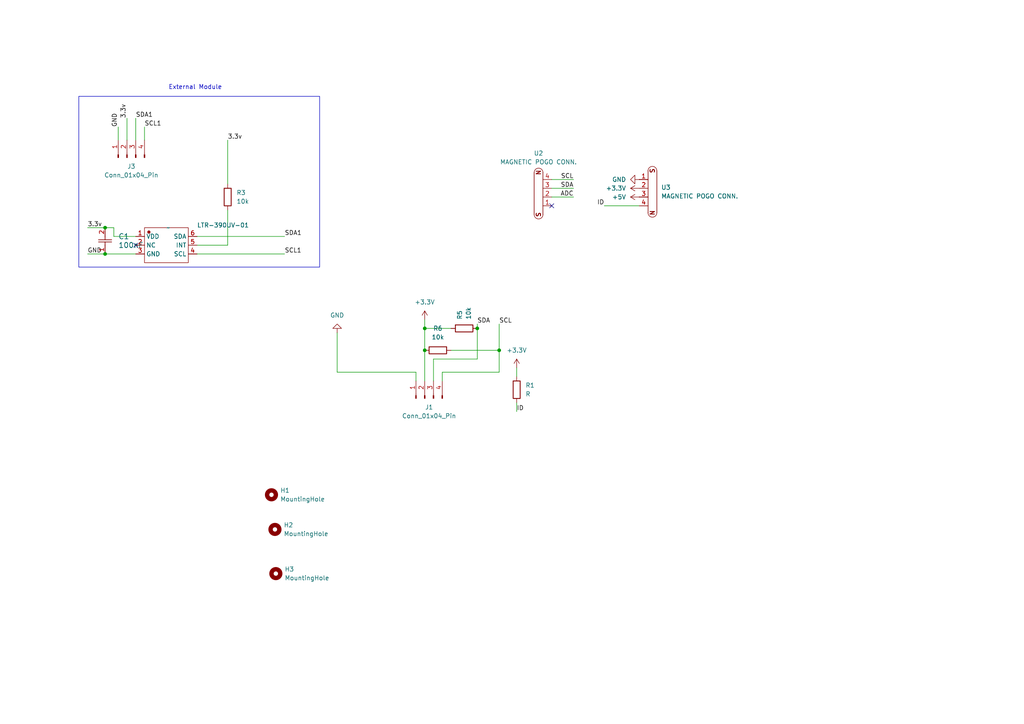
<source format=kicad_sch>
(kicad_sch (version 20250114) (generator "eeschema") (generator_version "9.0")
  (paper "A4")
  (lib_symbols
    (symbol "2026-01-23_05-30-51:C0603C104K5RACTU" (pin_names (offset 0.254))
      (property "Reference" "C" (at 3.81 3.81 0))
      (property "Value" "C0603C104K5RACTU" (at 3.81 -3.81 0))
      (symbol "C0603C104K5RACTU_1_1"
        (polyline (pts (xy 2.54 0) (xy 3.4798 0)) (stroke (width 0.2032)))
        (polyline (pts (xy 3.4798 -1.905) (xy 3.4798 1.905)) (stroke (width 0.2032)))
        (polyline (pts (xy 4.1148 0) (xy 5.08 0)) (stroke (width 0.2032)))
        (polyline (pts (xy 4.1148 -1.905) (xy 4.1148 1.905)) (stroke (width 0.2032)))
        (pin unspecified line (at 0 0 0) (length 2.54) (name "") (number "1"))
        (pin unspecified line (at 7.62 0 180) (length 2.54) (name "") (number "2"))
      )
      (symbol "C0603C104K5RACTU_1_2"
        (polyline (pts (xy -1.905 -3.4798) (xy 1.905 -3.4798)) (stroke (width 0.2032)))
        (polyline (pts (xy -1.905 -4.1148) (xy 1.905 -4.1148)) (stroke (width 0.2032)))
        (polyline (pts (xy 0 -2.54) (xy 0 -3.4798)) (stroke (width 0.2032)))
        (polyline (pts (xy 0 -4.1148) (xy 0 -5.08)) (stroke (width 0.2032)))
        (pin unspecified line (at 0 0 270) (length 2.54) (name "") (number "1"))
        (pin unspecified line (at 0 -7.62 90) (length 2.54) (name "") (number "2"))
      )
    )
    (symbol "Connector:Conn_01x04_Pin" (pin_names (offset 1.016) (hide yes))
      (property "Reference" "J" (at 0 5.08 0))
      (property "Value" "Conn_01x04_Pin" (at 0 -7.62 0))
      (symbol "Conn_01x04_Pin_1_1"
        (rectangle (start 0.8636 2.667) (end 0 2.413) (stroke (width 0.1524)) (fill (type outline)))
        (rectangle (start 0.8636 0.127) (end 0 -0.127) (stroke (width 0.1524)) (fill (type outline)))
        (rectangle (start 0.8636 -2.413) (end 0 -2.667) (stroke (width 0.1524)) (fill (type outline)))
        (rectangle (start 0.8636 -4.953) (end 0 -5.207) (stroke (width 0.1524)) (fill (type outline)))
        (polyline (pts (xy 1.27 2.54) (xy 0.8636 2.54)) (stroke (width 0.1524)))
        (polyline (pts (xy 1.27 0) (xy 0.8636 0)) (stroke (width 0.1524)))
        (polyline (pts (xy 1.27 -2.54) (xy 0.8636 -2.54)) (stroke (width 0.1524)))
        (polyline (pts (xy 1.27 -5.08) (xy 0.8636 -5.08)) (stroke (width 0.1524)))
        (pin passive line (at 5.08 2.54 180) (length 3.81) (name "Pin_1") (number "1"))
        (pin passive line (at 5.08 0 180) (length 3.81) (name "Pin_2") (number "2"))
        (pin passive line (at 5.08 -2.54 180) (length 3.81) (name "Pin_3") (number "3"))
        (pin passive line (at 5.08 -5.08 180) (length 3.81) (name "Pin_4") (number "4"))
      )
    )
    (symbol "Device:R" (pin_numbers (hide yes)) (pin_names (offset 0))
      (property "Reference" "R" (at 2.032 0 90))
      (property "Value" "R" (at 0 0 90))
      (symbol "R_0_1"
        (rectangle (start -1.016 -2.54) (end 1.016 2.54) (stroke (width 0.254)))
      )
      (symbol "R_1_1"
        (pin passive line (at 0 3.81 270) (length 1.27) (name "~") (number "1"))
        (pin passive line (at 0 -3.81 90) (length 1.27) (name "~") (number "2"))
      )
    )
    (symbol "LTR-390UV-01_2025-12-26-altium-import:root_0_LTR-390UV-01_"
      (symbol "root_0_LTR-390UV-01__1_0"
        (rectangle (start -6.35 5.08) (end 6.35 -5.08) (stroke (width 0) (color 136 0 0 1)))
        (circle (center -5.08 3.81) (radius 0.381) (stroke (width 0) (color 136 0 0 1)) (fill (type outline)))
        (pin passive line (at -8.89 2.54 0) (length 2.54) (name "VDD") (number "1"))
        (pin passive line (at -8.89 0 0) (length 2.54) (name "NC") (number "2"))
        (pin passive line (at -8.89 -2.54 0) (length 2.54) (name "GND") (number "3"))
        (pin passive line (at 8.89 2.54 180) (length 2.54) (name "SDA") (number "6"))
        (pin passive line (at 8.89 0 180) (length 2.54) (name "INT") (number "5"))
        (pin passive line (at 8.89 -2.54 180) (length 2.54) (name "SCL") (number "4"))
      )
    )
    (symbol "Mechanical:MountingHole" (pin_names (offset 1.016)) (in_bom no)
      (property "Reference" "H" (at 0 5.08 0))
      (property "Value" "MountingHole" (at 0 3.175 0))
      (symbol "MountingHole_0_1"
        (circle (center 0 0) (radius 1.27) (stroke (width 1.27)))
      )
    )
    (symbol "magnetic_pogo_conn.:MAGNETIC_POGO_CONN."
      (property "Reference" "U" (at 0.508 4.826 0))
      (property "Value" "MAGNETIC POGO CONN." (at 0.508 2.54 0))
      (symbol "MAGNETIC_POGO_CONN._1_1"
        (rectangle (start -5.08 1.2954) (end 7.112 1.27) (fill (type background)))
        (arc (start -5.08 -1.27) (mid -6.35 0) (end -5.08 1.27))
        (rectangle (start -5.08 -1.2446) (end 7.112 -1.27) (fill (type background)))
        (arc (start 7.112 1.27) (mid 8.382 0) (end 7.112 -1.27))
        (text "S" (at -5.08 0 0) (effects (font (size 1.27 1.27) (thickness 0.254) (bold yes))))
        (text "N" (at 7.112 0 0) (effects (font (size 1.27 1.27) (thickness 0.254) (bold yes))))
        (pin bidirectional line (at -2.54 -3.81 90) (length 2.54) (name "") (number "1"))
        (pin bidirectional line (at 0 -3.81 90) (length 2.54) (name "") (number "2"))
        (pin bidirectional line (at 2.54 -3.81 90) (length 2.54) (name "") (number "3"))
        (pin bidirectional line (at 5.08 -3.81 90) (length 2.54) (name "") (number "4"))
      )
    )
    (symbol "power:+3.3V" (power) (pin_numbers (hide yes)) (pin_names (offset 0) (hide yes))
      (property "Value" "+3.3V" (at 0 3.556 0))
      (symbol "+3.3V_0_1"
        (polyline (pts (xy -0.762 1.27) (xy 0 2.54)))
        (polyline (pts (xy 0 2.54) (xy 0.762 1.27)))
        (polyline (pts (xy 0 0) (xy 0 2.54)))
      )
      (symbol "+3.3V_1_1"
        (pin power_in line (at 0 0 90) (length 0) (name "~") (number "1"))
      )
    )
    (symbol "power:+5V" (power) (pin_numbers (hide yes)) (pin_names (offset 0) (hide yes))
      (property "Value" "+5V" (at 0 3.556 0))
      (symbol "+5V_0_1"
        (polyline (pts (xy -0.762 1.27) (xy 0 2.54)))
        (polyline (pts (xy 0 2.54) (xy 0.762 1.27)))
        (polyline (pts (xy 0 0) (xy 0 2.54)))
      )
      (symbol "+5V_1_1"
        (pin power_in line (at 0 0 90) (length 0) (name "~") (number "1"))
      )
    )
    (symbol "power:GND" (power) (pin_numbers (hide yes)) (pin_names (offset 0) (hide yes))
      (property "Value" "GND" (at 0 -3.81 0))
      (symbol "GND_0_1"
        (polyline (pts (xy 0 0) (xy 0 -1.27) (xy 1.27 -1.27) (xy 0 -2.54) (xy -1.27 -1.27) (xy 0 -1.27)))
      )
      (symbol "GND_1_1"
        (pin power_in line (at 0 0 270) (length 0) (name "~") (number "1"))
      )
    )
  )
  (rectangle (start 22.86 27.94) (end 92.71 77.47))
  (text "External Module\n" (at 56.642 25.4 0) (effects (font (size 1.27 1.27))))
  (junction (at 30.48 66.04))
  (junction (at 144.78 101.6))
  (junction (at 123.19 95.25))
  (junction (at 138.43 95.25))
  (junction (at 30.48 73.66))
  (junction (at 123.19 101.6))
  (no_connect (at 160.02 59.69))
  (no_connect (at 39.37 71.12))
  (wire (pts (xy 34.29 36.83) (xy 34.29 40.64)))
  (wire (pts (xy 97.79 96.52) (xy 97.79 107.95)))
  (wire (pts (xy 138.43 104.14) (xy 125.73 104.14)))
  (wire (pts (xy 120.65 107.95) (xy 120.65 110.49)))
  (wire (pts (xy 130.81 101.6) (xy 144.78 101.6)))
  (wire (pts (xy 33.02 66.04) (xy 33.02 68.58)))
  (wire (pts (xy 123.19 92.71) (xy 123.19 95.25)))
  (wire (pts (xy 166.37 54.61) (xy 160.02 54.61)))
  (wire (pts (xy 128.27 107.95) (xy 128.27 110.49)))
  (wire (pts (xy 33.02 68.58) (xy 39.37 68.58)))
  (wire (pts (xy 30.48 73.66) (xy 39.37 73.66)))
  (wire (pts (xy 57.15 68.58) (xy 82.55 68.58)))
  (wire (pts (xy 125.73 104.14) (xy 125.73 110.49)))
  (wire (pts (xy 97.79 107.95) (xy 120.65 107.95)))
  (wire (pts (xy 166.37 52.07) (xy 160.02 52.07)))
  (wire (pts (xy 57.15 73.66) (xy 82.55 73.66)))
  (wire (pts (xy 166.37 57.15) (xy 160.02 57.15)))
  (wire (pts (xy 138.43 95.25) (xy 138.43 104.14)))
  (wire (pts (xy 123.19 95.25) (xy 130.81 95.25)))
  (wire (pts (xy 41.91 36.83) (xy 41.91 40.64)))
  (wire (pts (xy 144.78 107.95) (xy 128.27 107.95)))
  (wire (pts (xy 36.83 34.29) (xy 36.83 40.64)))
  (wire (pts (xy 25.4 73.66) (xy 30.48 73.66)))
  (wire (pts (xy 138.43 93.98) (xy 138.43 95.25)))
  (wire (pts (xy 144.78 93.98) (xy 144.78 101.6)))
  (wire (pts (xy 175.26 59.69) (xy 185.42 59.69)))
  (wire (pts (xy 57.15 71.12) (xy 66.04 71.12)))
  (wire (pts (xy 25.4 66.04) (xy 30.48 66.04)))
  (wire (pts (xy 144.78 101.6) (xy 144.78 107.95)))
  (wire (pts (xy 123.19 101.6) (xy 123.19 110.49)))
  (wire (pts (xy 123.19 95.25) (xy 123.19 101.6)))
  (wire (pts (xy 39.37 34.29) (xy 39.37 40.64)))
  (wire (pts (xy 149.86 119.38) (xy 149.86 116.84)))
  (wire (pts (xy 149.86 106.68) (xy 149.86 109.22)))
  (wire (pts (xy 30.48 66.04) (xy 33.02 66.04)))
  (wire (pts (xy 66.04 71.12) (xy 66.04 60.96)))
  (wire (pts (xy 66.04 40.64) (xy 66.04 53.34)))
  (label "SCL1" (at 41.91 36.83 0))
  (label "3.3v" (at 36.83 34.29 90))
  (label "3.3v" (at 25.4 66.04 0))
  (label "SCL1" (at 82.55 73.66 0))
  (label "ID" (at 175.26 59.69 180))
  (label "SCL" (at 166.37 52.07 180))
  (label "SCL" (at 144.78 93.98 0))
  (label "SDA" (at 138.43 93.98 0))
  (label "SDA" (at 166.37 54.61 180))
  (label "GND" (at 34.29 36.83 90))
  (label "ID" (at 149.86 119.38 0))
  (label "SDA1" (at 39.37 34.29 0))
  (label "ADC" (at 166.37 57.15 180))
  (label "SDA1" (at 82.55 68.58 0))
  (label "3.3v" (at 66.04 40.64 0))
  (label "GND" (at 25.4 73.66 0))
  (symbol (lib_id "power:+3.3V") (at 185.42 54.61 90) (unit 1)
    (property "Reference" "#PWR0101" (effects (hide yes)))
    (property "Value" "+3.3V" (at 181.61 54.6099 90) (effects (justify left)))
    (property "Description" "Power symbol creates a global label with name \"+3.3V\"" (effects (hide yes)))
  )
  (symbol (lib_id "power:+3.3V") (at 123.19 92.71 0) (unit 1)
    (property "Reference" "#PWR05" (effects (hide yes)))
    (property "Value" "+3.3V" (at 123.19 87.63 0))
    (property "Description" "Power symbol creates a global label with name \"+3.3V\"" (effects (hide yes)))
  )
  (symbol (lib_id "2026-01-23_05-30-51:C0603C104K5RACTU") (at 30.48 73.66 90) (unit 1)
    (property "Reference" "C1" (at 34.29 68.5799 90) (effects (font (size 1.524 1.524)) (justify right)))
    (property "Value" "100nF" (at 34.29 71.1199 90) (effects (font (size 1.524 1.524)) (justify right)))
    (property "Footprint" "Capacitor_SMD:C_0805_2012Metric" (effects (hide yes)))
    (property "Datasheet" "https://content.kemet.com/datasheets/KEM_C1002_X7R_SMD.pdf" (effects (hide yes)))
  )
  (symbol (lib_id "Mechanical:MountingHole") (at 80.01 166.37 0) (unit 1) (in_bom no)
    (property "Reference" "H3" (at 82.55 165.0999 0) (effects (justify left)))
    (property "Value" "MountingHole" (at 82.55 167.6399 0) (effects (justify left)))
    (property "Footprint" "MountingHole:MountingHole_2.7mm_M2.5_Pad" (effects (hide yes)))
    (property "Description" "Mounting Hole without connection" (effects (hide yes)))
  )
  (symbol (lib_id "power:GND") (at 97.79 96.52 180) (unit 1)
    (property "Reference" "#PWR04" (effects (hide yes)))
    (property "Value" "GND" (at 97.79 91.44 0))
    (property "Description" "Power symbol creates a global label with name \"GND\" , ground" (effects (hide yes)))
  )
  (symbol (lib_id "Device:R") (at 127 101.6 90) (unit 1)
    (property "Reference" "R6" (at 127 95.25 90))
    (property "Value" "10k" (at 127 97.79 90))
    (property "Footprint" "Resistor_SMD:R_0805_2012Metric" (effects (hide yes)))
    (property "Description" "Resistor" (effects (hide yes)))
  )
  (symbol (lib_id "Mechanical:MountingHole") (at 78.74 143.51 0) (unit 1) (in_bom no)
    (property "Reference" "H1" (at 81.28 142.2399 0) (effects (justify left)))
    (property "Value" "MountingHole" (at 81.28 144.7799 0) (effects (justify left)))
    (property "Footprint" "MountingHole:MountingHole_2.7mm_M2.5_Pad" (effects (hide yes)))
    (property "Description" "Mounting Hole without connection" (effects (hide yes)))
  )
  (symbol (lib_id "Connector:Conn_01x04_Pin") (at 36.83 45.72 90) (unit 1)
    (property "Reference" "J3" (at 38.1 48.26 90))
    (property "Value" "Conn_01x04_Pin" (at 38.1 50.8 90))
    (property "Footprint" "Connector_PinHeader_2.54mm:PinHeader_1x04_P2.54mm_Vertical" (effects (hide yes)))
    (property "Description" "Generic connector, single row, 01x04, script generated" (effects (hide yes)))
  )
  (symbol (lib_id "Device:R") (at 134.62 95.25 90) (unit 1)
    (property "Reference" "R5" (at 133.3499 92.71 0) (effects (justify left)))
    (property "Value" "10k" (at 135.8899 92.71 0) (effects (justify left)))
    (property "Footprint" "Resistor_SMD:R_0805_2012Metric" (effects (hide yes)))
    (property "Description" "Resistor" (effects (hide yes)))
  )
  (symbol (lib_id "power:+3.3V") (at 149.86 106.68 0) (unit 1)
    (property "Reference" "#PWR02" (effects (hide yes)))
    (property "Value" "+3.3V" (at 149.86 101.6 0))
    (property "Description" "Power symbol creates a global label with name \"+3.3V\"" (effects (hide yes)))
  )
  (symbol (lib_id "magnetic_pogo_conn.:MAGNETIC_POGO_CONN.") (at 189.23 54.61 270) (unit 1)
    (property "Reference" "U3" (at 191.77 54.3559 90) (effects (justify left)))
    (property "Value" "MAGNETIC POGO CONN." (at 191.77 56.8959 90) (effects (justify left)))
    (property "Footprint" "batteryholder:MAGNETIC POGO CONN." (effects (hide yes)))
  )
  (symbol (lib_id "LTR-390UV-01_2025-12-26-altium-import:root_0_LTR-390UV-01_") (at 48.26 71.12 0) (unit 1)
    (property "Reference" "LTR-390UV-01" (at 57.15 66.04 0) (effects (justify left bottom)))
    (property "Value" "~" (at 48.26 66.04 0) (effects (justify left)))
    (property "Footprint" "batteryholder:SENSOR-SMD_LTR-390UV-01" (effects (hide yes)))
  )
  (symbol (lib_id "Mechanical:MountingHole") (at 79.7485 153.5547 0) (unit 1) (in_bom no)
    (property "Reference" "H2" (at 82.2885 152.2846 0) (effects (justify left)))
    (property "Value" "MountingHole" (at 82.2885 154.8246 0) (effects (justify left)))
    (property "Footprint" "MountingHole:MountingHole_2.7mm_M2.5_Pad" (effects (hide yes)))
    (property "Description" "Mounting Hole without connection" (effects (hide yes)))
  )
  (symbol (lib_id "Device:R") (at 66.04 57.15 0) (unit 1)
    (property "Reference" "R3" (at 68.58 55.8799 0) (effects (justify left)))
    (property "Value" "10k" (at 68.58 58.4199 0) (effects (justify left)))
    (property "Footprint" "Resistor_SMD:R_0805_2012Metric" (effects (hide yes)))
    (property "Description" "Resistor" (effects (hide yes)))
  )
  (symbol (lib_id "magnetic_pogo_conn.:MAGNETIC_POGO_CONN.") (at 156.21 57.15 90) (unit 1)
    (property "Reference" "U2" (at 156.1973 44.45 90))
    (property "Value" "MAGNETIC POGO CONN." (at 156.1973 46.99 90))
    (property "Footprint" "batteryholder:MAGNETIC POGO CONN." (effects (hide yes)))
  )
  (symbol (lib_id "Connector:Conn_01x04_Pin") (at 123.19 115.57 90) (unit 1)
    (property "Reference" "J1" (at 124.46 118.11 90))
    (property "Value" "Conn_01x04_Pin" (at 124.46 120.65 90))
    (property "Footprint" "Connector_JST:JST_PH_B4B-PH-K_1x04_P2.00mm_Vertical" (effects (hide yes)))
    (property "Description" "Generic connector, single row, 01x04, script generated" (effects (hide yes)))
  )
  (symbol (lib_id "Device:R") (at 149.86 113.03 0) (unit 1)
    (property "Reference" "R1" (at 152.4 111.7599 0) (effects (justify left)))
    (property "Value" "R" (at 152.4 114.2999 0) (effects (justify left)))
    (property "Footprint" "Resistor_SMD:R_0805_2012Metric" (effects (hide yes)))
    (property "Description" "Resistor" (effects (hide yes)))
  )
  (symbol (lib_id "power:+5V") (at 185.42 57.15 90) (unit 1)
    (property "Reference" "#PWR07" (effects (hide yes)))
    (property "Value" "+5V" (at 181.61 57.1499 90) (effects (justify left)))
    (property "Description" "Power symbol creates a global label with name \"+5V\"" (effects (hide yes)))
  )
  (symbol (lib_id "power:GND") (at 185.42 52.07 270) (unit 1)
    (property "Reference" "#PWR01" (effects (hide yes)))
    (property "Value" "GND" (at 181.61 52.0699 90) (effects (justify right)))
    (property "Description" "Power symbol creates a global label with name \"GND\" , ground" (effects (hide yes)))
  )
)
</source>
